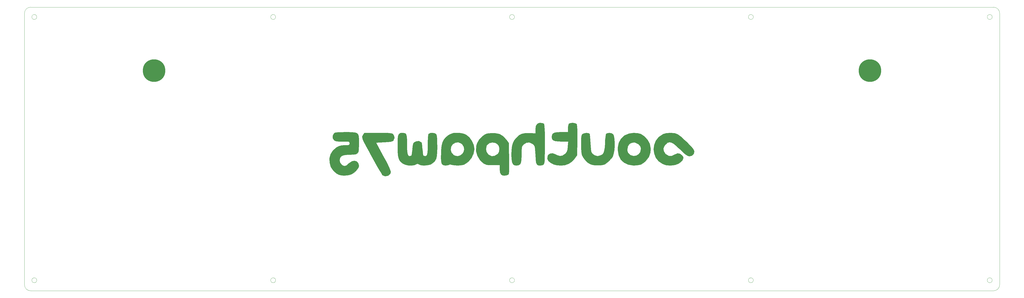
<source format=gbr>
%TF.GenerationSoftware,KiCad,Pcbnew,5.1.10-88a1d61d58~88~ubuntu21.04.1*%
%TF.CreationDate,2021-06-04T00:06:50+02:00*%
%TF.ProjectId,southpawcase,736f7574-6870-4617-9763-6173652e6b69,rev?*%
%TF.SameCoordinates,Original*%
%TF.FileFunction,Soldermask,Bot*%
%TF.FilePolarity,Negative*%
%FSLAX46Y46*%
G04 Gerber Fmt 4.6, Leading zero omitted, Abs format (unit mm)*
G04 Created by KiCad (PCBNEW 5.1.10-88a1d61d58~88~ubuntu21.04.1) date 2021-06-04 00:06:50*
%MOMM*%
%LPD*%
G01*
G04 APERTURE LIST*
%TA.AperFunction,Profile*%
%ADD10C,0.050000*%
%TD*%
%ADD11C,0.010000*%
%ADD12C,8.700000*%
G04 APERTURE END LIST*
D10*
X27687000Y-94428000D02*
G75*
G03*
X27687000Y-94428000I-950000J0D01*
G01*
X27687000Y-196078000D02*
G75*
G03*
X27687000Y-196078000I-950000J0D01*
G01*
X211987000Y-94428000D02*
G75*
G03*
X211987000Y-94428000I-950000J0D01*
G01*
X119837000Y-94428000D02*
G75*
G03*
X119837000Y-94428000I-950000J0D01*
G01*
X304137000Y-94428000D02*
G75*
G03*
X304137000Y-94428000I-950000J0D01*
G01*
X119837000Y-196078000D02*
G75*
G03*
X119837000Y-196078000I-950000J0D01*
G01*
X211987000Y-196078000D02*
G75*
G03*
X211987000Y-196078000I-950000J0D01*
G01*
X304137000Y-196078000D02*
G75*
G03*
X304137000Y-196078000I-950000J0D01*
G01*
X25318250Y-90628000D02*
X387268250Y-90628000D01*
X387268250Y-200165500D02*
X25318250Y-200165500D01*
X22937000Y-93009250D02*
G75*
G02*
X25318250Y-90628000I2381250J0D01*
G01*
X25318250Y-200165500D02*
G75*
G02*
X22937000Y-197784250I0J2381250D01*
G01*
X399174500Y-197784250D02*
G75*
G02*
X396793250Y-200165500I-2381250J0D01*
G01*
X396793250Y-90628000D02*
G75*
G02*
X399174500Y-93009250I0J-2381250D01*
G01*
X387268250Y-200165500D02*
X394412000Y-200165500D01*
X387268250Y-90628000D02*
X394412000Y-90628000D01*
X394412000Y-90628000D02*
X396793250Y-90628000D01*
X394412000Y-200165500D02*
X396793250Y-200165500D01*
X22937000Y-197784250D02*
X22937000Y-93009250D01*
X399174500Y-93009250D02*
X399174500Y-197784250D01*
X396287000Y-196078000D02*
G75*
G03*
X396287000Y-196078000I-950000J0D01*
G01*
X396287000Y-94428000D02*
G75*
G03*
X396287000Y-94428000I-950000J0D01*
G01*
D11*
G36*
X153558094Y-139913399D02*
G01*
X153239346Y-140648181D01*
X153345416Y-141436600D01*
X153377709Y-141532431D01*
X153638944Y-142129117D01*
X154132337Y-143120798D01*
X154809414Y-144420038D01*
X155621700Y-145939396D01*
X156520718Y-147591435D01*
X157457996Y-149288715D01*
X158385056Y-150943798D01*
X159253424Y-152469244D01*
X160014625Y-153777616D01*
X160620184Y-154781473D01*
X161021625Y-155393378D01*
X161138944Y-155532044D01*
X162031357Y-155880496D01*
X163040793Y-155710497D01*
X163526319Y-155440393D01*
X164086091Y-154716633D01*
X164188001Y-154170393D01*
X164048544Y-153663729D01*
X163661086Y-152729506D01*
X163069610Y-151461631D01*
X162318095Y-149954015D01*
X161450523Y-148300564D01*
X161361963Y-148136161D01*
X158538379Y-142906750D01*
X161688341Y-142757338D01*
X163143303Y-142673220D01*
X164118677Y-142569309D01*
X164732507Y-142421504D01*
X165102837Y-142205707D01*
X165261438Y-142027871D01*
X165651108Y-141154977D01*
X165482864Y-140276338D01*
X165219394Y-139835593D01*
X165030410Y-139598827D01*
X164785611Y-139426251D01*
X164396169Y-139307729D01*
X163773259Y-139233126D01*
X162828055Y-139192306D01*
X161471730Y-139175132D01*
X159615460Y-139171469D01*
X159399224Y-139171455D01*
X154044234Y-139171455D01*
X153558094Y-139913399D01*
G37*
X153558094Y-139913399D02*
X153239346Y-140648181D01*
X153345416Y-141436600D01*
X153377709Y-141532431D01*
X153638944Y-142129117D01*
X154132337Y-143120798D01*
X154809414Y-144420038D01*
X155621700Y-145939396D01*
X156520718Y-147591435D01*
X157457996Y-149288715D01*
X158385056Y-150943798D01*
X159253424Y-152469244D01*
X160014625Y-153777616D01*
X160620184Y-154781473D01*
X161021625Y-155393378D01*
X161138944Y-155532044D01*
X162031357Y-155880496D01*
X163040793Y-155710497D01*
X163526319Y-155440393D01*
X164086091Y-154716633D01*
X164188001Y-154170393D01*
X164048544Y-153663729D01*
X163661086Y-152729506D01*
X163069610Y-151461631D01*
X162318095Y-149954015D01*
X161450523Y-148300564D01*
X161361963Y-148136161D01*
X158538379Y-142906750D01*
X161688341Y-142757338D01*
X163143303Y-142673220D01*
X164118677Y-142569309D01*
X164732507Y-142421504D01*
X165102837Y-142205707D01*
X165261438Y-142027871D01*
X165651108Y-141154977D01*
X165482864Y-140276338D01*
X165219394Y-139835593D01*
X165030410Y-139598827D01*
X164785611Y-139426251D01*
X164396169Y-139307729D01*
X163773259Y-139233126D01*
X162828055Y-139192306D01*
X161471730Y-139175132D01*
X159615460Y-139171469D01*
X159399224Y-139171455D01*
X154044234Y-139171455D01*
X153558094Y-139913399D01*
G36*
X201924525Y-139318554D02*
G01*
X201093312Y-139494842D01*
X200421548Y-139825139D01*
X199847092Y-140249776D01*
X198358113Y-141739397D01*
X197454719Y-143339537D01*
X197209280Y-144258415D01*
X197169648Y-146188314D01*
X197671477Y-148021949D01*
X198663762Y-149638161D01*
X199978920Y-150837776D01*
X200583865Y-151202164D01*
X201207940Y-151422809D01*
X202025448Y-151534243D01*
X203210688Y-151571001D01*
X203687973Y-151572632D01*
X206324574Y-151572632D01*
X206324574Y-153011689D01*
X206407107Y-154296503D01*
X206697190Y-155094827D01*
X207258546Y-155500256D01*
X208091439Y-155606750D01*
X208929731Y-155502205D01*
X209527587Y-155244363D01*
X209593017Y-155180944D01*
X209725884Y-154801703D01*
X209816003Y-154006330D01*
X209865309Y-152748478D01*
X209875735Y-150981796D01*
X209853724Y-148934033D01*
X209798202Y-145446750D01*
X206161579Y-145446750D01*
X206062074Y-146405461D01*
X205680800Y-147082358D01*
X205329942Y-147420817D01*
X204238624Y-148032008D01*
X203096634Y-148115818D01*
X202047157Y-147675204D01*
X201678540Y-147345467D01*
X201142758Y-146425118D01*
X200945405Y-145332527D01*
X201111848Y-144315638D01*
X201328783Y-143926737D01*
X202283558Y-143112015D01*
X203418070Y-142798971D01*
X204578534Y-143005054D01*
X205329942Y-143472682D01*
X205906811Y-144119489D01*
X206137355Y-144894872D01*
X206161579Y-145446750D01*
X209798202Y-145446750D01*
X209761044Y-143112927D01*
X208820222Y-141815184D01*
X207585535Y-140464304D01*
X206164580Y-139623276D01*
X204456162Y-139246060D01*
X203134151Y-139228226D01*
X201924525Y-139318554D01*
G37*
X201924525Y-139318554D02*
X201093312Y-139494842D01*
X200421548Y-139825139D01*
X199847092Y-140249776D01*
X198358113Y-141739397D01*
X197454719Y-143339537D01*
X197209280Y-144258415D01*
X197169648Y-146188314D01*
X197671477Y-148021949D01*
X198663762Y-149638161D01*
X199978920Y-150837776D01*
X200583865Y-151202164D01*
X201207940Y-151422809D01*
X202025448Y-151534243D01*
X203210688Y-151571001D01*
X203687973Y-151572632D01*
X206324574Y-151572632D01*
X206324574Y-153011689D01*
X206407107Y-154296503D01*
X206697190Y-155094827D01*
X207258546Y-155500256D01*
X208091439Y-155606750D01*
X208929731Y-155502205D01*
X209527587Y-155244363D01*
X209593017Y-155180944D01*
X209725884Y-154801703D01*
X209816003Y-154006330D01*
X209865309Y-152748478D01*
X209875735Y-150981796D01*
X209853724Y-148934033D01*
X209798202Y-145446750D01*
X206161579Y-145446750D01*
X206062074Y-146405461D01*
X205680800Y-147082358D01*
X205329942Y-147420817D01*
X204238624Y-148032008D01*
X203096634Y-148115818D01*
X202047157Y-147675204D01*
X201678540Y-147345467D01*
X201142758Y-146425118D01*
X200945405Y-145332527D01*
X201111848Y-144315638D01*
X201328783Y-143926737D01*
X202283558Y-143112015D01*
X203418070Y-142798971D01*
X204578534Y-143005054D01*
X205329942Y-143472682D01*
X205906811Y-144119489D01*
X206137355Y-144894872D01*
X206161579Y-145446750D01*
X209798202Y-145446750D01*
X209761044Y-143112927D01*
X208820222Y-141815184D01*
X207585535Y-140464304D01*
X206164580Y-139623276D01*
X204456162Y-139246060D01*
X203134151Y-139228226D01*
X201924525Y-139318554D01*
G36*
X146806770Y-138872632D02*
G01*
X145145762Y-138881622D01*
X143977740Y-138916988D01*
X143198198Y-138991329D01*
X142702634Y-139117241D01*
X142386543Y-139307321D01*
X142273240Y-139419103D01*
X141843701Y-140269730D01*
X141867800Y-141204193D01*
X142325162Y-141963965D01*
X142750607Y-142215924D01*
X143430496Y-142369674D01*
X144488781Y-142443864D01*
X145612221Y-142458514D01*
X146899850Y-142464187D01*
X147703765Y-142501910D01*
X148137898Y-142602740D01*
X148316179Y-142797733D01*
X148352540Y-143117947D01*
X148352809Y-143205573D01*
X148317302Y-143611883D01*
X148119425Y-143835567D01*
X147622140Y-143930967D01*
X146688412Y-143952428D01*
X146468960Y-143952632D01*
X145252217Y-144008383D01*
X144336986Y-144227034D01*
X143433321Y-144685681D01*
X143224964Y-144815211D01*
X141914663Y-145967987D01*
X141046948Y-147406329D01*
X140621817Y-149014179D01*
X140639271Y-150675480D01*
X141099311Y-152274176D01*
X142001936Y-153694209D01*
X143224964Y-154744170D01*
X144184676Y-155271147D01*
X145092251Y-155527156D01*
X146253256Y-155594090D01*
X146394254Y-155593543D01*
X148149222Y-155410218D01*
X149287814Y-155007314D01*
X150320768Y-154305007D01*
X151194393Y-153430808D01*
X151774997Y-152540672D01*
X151938691Y-151915018D01*
X151715524Y-150872968D01*
X151122840Y-150208378D01*
X150275869Y-149949133D01*
X149289839Y-150123115D01*
X148279980Y-150758209D01*
X148053985Y-150974985D01*
X147201235Y-151723649D01*
X146488691Y-151975298D01*
X145762731Y-151753348D01*
X145255461Y-151401531D01*
X144626055Y-150648455D01*
X144468103Y-149779691D01*
X144633774Y-148828002D01*
X145169313Y-148162337D01*
X146132513Y-147750542D01*
X147581167Y-147560461D01*
X148496206Y-147538514D01*
X149830365Y-147515167D01*
X150766045Y-147385166D01*
X151373856Y-147058570D01*
X151724411Y-146445438D01*
X151888319Y-145455830D01*
X151936191Y-143999805D01*
X151938691Y-143153652D01*
X151932271Y-141601655D01*
X151857570Y-140478736D01*
X151631433Y-139715524D01*
X151170702Y-139242650D01*
X150392220Y-138990746D01*
X149212829Y-138890441D01*
X147549373Y-138872367D01*
X146806770Y-138872632D01*
G37*
X146806770Y-138872632D02*
X145145762Y-138881622D01*
X143977740Y-138916988D01*
X143198198Y-138991329D01*
X142702634Y-139117241D01*
X142386543Y-139307321D01*
X142273240Y-139419103D01*
X141843701Y-140269730D01*
X141867800Y-141204193D01*
X142325162Y-141963965D01*
X142750607Y-142215924D01*
X143430496Y-142369674D01*
X144488781Y-142443864D01*
X145612221Y-142458514D01*
X146899850Y-142464187D01*
X147703765Y-142501910D01*
X148137898Y-142602740D01*
X148316179Y-142797733D01*
X148352540Y-143117947D01*
X148352809Y-143205573D01*
X148317302Y-143611883D01*
X148119425Y-143835567D01*
X147622140Y-143930967D01*
X146688412Y-143952428D01*
X146468960Y-143952632D01*
X145252217Y-144008383D01*
X144336986Y-144227034D01*
X143433321Y-144685681D01*
X143224964Y-144815211D01*
X141914663Y-145967987D01*
X141046948Y-147406329D01*
X140621817Y-149014179D01*
X140639271Y-150675480D01*
X141099311Y-152274176D01*
X142001936Y-153694209D01*
X143224964Y-154744170D01*
X144184676Y-155271147D01*
X145092251Y-155527156D01*
X146253256Y-155594090D01*
X146394254Y-155593543D01*
X148149222Y-155410218D01*
X149287814Y-155007314D01*
X150320768Y-154305007D01*
X151194393Y-153430808D01*
X151774997Y-152540672D01*
X151938691Y-151915018D01*
X151715524Y-150872968D01*
X151122840Y-150208378D01*
X150275869Y-149949133D01*
X149289839Y-150123115D01*
X148279980Y-150758209D01*
X148053985Y-150974985D01*
X147201235Y-151723649D01*
X146488691Y-151975298D01*
X145762731Y-151753348D01*
X145255461Y-151401531D01*
X144626055Y-150648455D01*
X144468103Y-149779691D01*
X144633774Y-148828002D01*
X145169313Y-148162337D01*
X146132513Y-147750542D01*
X147581167Y-147560461D01*
X148496206Y-147538514D01*
X149830365Y-147515167D01*
X150766045Y-147385166D01*
X151373856Y-147058570D01*
X151724411Y-146445438D01*
X151888319Y-145455830D01*
X151936191Y-143999805D01*
X151938691Y-143153652D01*
X151932271Y-141601655D01*
X151857570Y-140478736D01*
X151631433Y-139715524D01*
X151170702Y-139242650D01*
X150392220Y-138990746D01*
X149212829Y-138890441D01*
X147549373Y-138872367D01*
X146806770Y-138872632D01*
G36*
X270655653Y-139288980D02*
G01*
X269358664Y-139638607D01*
X269140316Y-139740022D01*
X267610766Y-140821450D01*
X266518547Y-142205067D01*
X265863913Y-143789359D01*
X265647114Y-145472811D01*
X265868403Y-147153905D01*
X266528031Y-148731128D01*
X267626251Y-150102964D01*
X269112023Y-151142002D01*
X270548250Y-151605692D01*
X272214372Y-151735772D01*
X273862309Y-151536390D01*
X275194462Y-151040280D01*
X276038804Y-150440092D01*
X276702196Y-149759791D01*
X276831855Y-149564773D01*
X277102672Y-148969605D01*
X277041129Y-148503309D01*
X276661399Y-147925738D01*
X275834405Y-147180316D01*
X274910020Y-147024038D01*
X273903918Y-147459190D01*
X273830105Y-147512399D01*
X272661167Y-148068931D01*
X271502475Y-148036904D01*
X270417839Y-147420766D01*
X270249822Y-147262677D01*
X269523502Y-146216596D01*
X269392283Y-145147444D01*
X269856168Y-144087243D01*
X270249822Y-143630822D01*
X270970857Y-143015956D01*
X271654338Y-142723972D01*
X272382703Y-142781914D01*
X273238390Y-143216826D01*
X274303836Y-144055753D01*
X275661480Y-145325740D01*
X275785162Y-145446750D01*
X276982884Y-146597960D01*
X277863685Y-147376808D01*
X278517245Y-147848946D01*
X279033245Y-148080026D01*
X279458859Y-148136161D01*
X280487969Y-147902758D01*
X281135788Y-147250487D01*
X281329279Y-146390680D01*
X281223469Y-145930841D01*
X280867056Y-145338627D01*
X280201564Y-144539275D01*
X279168521Y-143458023D01*
X278565162Y-142856614D01*
X277434712Y-141776606D01*
X276364665Y-140817645D01*
X275471308Y-140079954D01*
X274870932Y-139663757D01*
X274844707Y-139650163D01*
X273653709Y-139290741D01*
X272172346Y-139171686D01*
X270655653Y-139288980D01*
G37*
X270655653Y-139288980D02*
X269358664Y-139638607D01*
X269140316Y-139740022D01*
X267610766Y-140821450D01*
X266518547Y-142205067D01*
X265863913Y-143789359D01*
X265647114Y-145472811D01*
X265868403Y-147153905D01*
X266528031Y-148731128D01*
X267626251Y-150102964D01*
X269112023Y-151142002D01*
X270548250Y-151605692D01*
X272214372Y-151735772D01*
X273862309Y-151536390D01*
X275194462Y-151040280D01*
X276038804Y-150440092D01*
X276702196Y-149759791D01*
X276831855Y-149564773D01*
X277102672Y-148969605D01*
X277041129Y-148503309D01*
X276661399Y-147925738D01*
X275834405Y-147180316D01*
X274910020Y-147024038D01*
X273903918Y-147459190D01*
X273830105Y-147512399D01*
X272661167Y-148068931D01*
X271502475Y-148036904D01*
X270417839Y-147420766D01*
X270249822Y-147262677D01*
X269523502Y-146216596D01*
X269392283Y-145147444D01*
X269856168Y-144087243D01*
X270249822Y-143630822D01*
X270970857Y-143015956D01*
X271654338Y-142723972D01*
X272382703Y-142781914D01*
X273238390Y-143216826D01*
X274303836Y-144055753D01*
X275661480Y-145325740D01*
X275785162Y-145446750D01*
X276982884Y-146597960D01*
X277863685Y-147376808D01*
X278517245Y-147848946D01*
X279033245Y-148080026D01*
X279458859Y-148136161D01*
X280487969Y-147902758D01*
X281135788Y-147250487D01*
X281329279Y-146390680D01*
X281223469Y-145930841D01*
X280867056Y-145338627D01*
X280201564Y-144539275D01*
X279168521Y-143458023D01*
X278565162Y-142856614D01*
X277434712Y-141776606D01*
X276364665Y-140817645D01*
X275471308Y-140079954D01*
X274870932Y-139663757D01*
X274844707Y-139650163D01*
X273653709Y-139290741D01*
X272172346Y-139171686D01*
X270655653Y-139288980D01*
G36*
X256189133Y-139434633D02*
G01*
X254760655Y-139997700D01*
X254396276Y-140226378D01*
X253012793Y-141503567D01*
X252155418Y-143035009D01*
X251804156Y-144863792D01*
X251806522Y-145807401D01*
X252163287Y-147793170D01*
X252978196Y-149412175D01*
X254212744Y-150627870D01*
X255828422Y-151403709D01*
X257786724Y-151703146D01*
X258021044Y-151705431D01*
X259197195Y-151640400D01*
X260263221Y-151478696D01*
X260859868Y-151303548D01*
X261683255Y-150814885D01*
X262514766Y-150140704D01*
X262605849Y-150051455D01*
X263753432Y-148512994D01*
X264377589Y-146817697D01*
X264470865Y-145432564D01*
X260710456Y-145432564D01*
X260460907Y-146622084D01*
X259800753Y-147502492D01*
X258862735Y-148013590D01*
X257779594Y-148095178D01*
X256684070Y-147687058D01*
X256326264Y-147420817D01*
X255749395Y-146774010D01*
X255518852Y-145998627D01*
X255494627Y-145446750D01*
X255737363Y-144234312D01*
X256383134Y-143359466D01*
X257308286Y-142877349D01*
X258389164Y-142843099D01*
X259502115Y-143311853D01*
X259791058Y-143530960D01*
X260444951Y-144233111D01*
X260692255Y-145017937D01*
X260710456Y-145432564D01*
X264470865Y-145432564D01*
X264495753Y-145062999D01*
X264125358Y-143346332D01*
X263283837Y-141765132D01*
X261988624Y-140416832D01*
X260739753Y-139621989D01*
X259401342Y-139225563D01*
X257810249Y-139170182D01*
X256189133Y-139434633D01*
G37*
X256189133Y-139434633D02*
X254760655Y-139997700D01*
X254396276Y-140226378D01*
X253012793Y-141503567D01*
X252155418Y-143035009D01*
X251804156Y-144863792D01*
X251806522Y-145807401D01*
X252163287Y-147793170D01*
X252978196Y-149412175D01*
X254212744Y-150627870D01*
X255828422Y-151403709D01*
X257786724Y-151703146D01*
X258021044Y-151705431D01*
X259197195Y-151640400D01*
X260263221Y-151478696D01*
X260859868Y-151303548D01*
X261683255Y-150814885D01*
X262514766Y-150140704D01*
X262605849Y-150051455D01*
X263753432Y-148512994D01*
X264377589Y-146817697D01*
X264470865Y-145432564D01*
X260710456Y-145432564D01*
X260460907Y-146622084D01*
X259800753Y-147502492D01*
X258862735Y-148013590D01*
X257779594Y-148095178D01*
X256684070Y-147687058D01*
X256326264Y-147420817D01*
X255749395Y-146774010D01*
X255518852Y-145998627D01*
X255494627Y-145446750D01*
X255737363Y-144234312D01*
X256383134Y-143359466D01*
X257308286Y-142877349D01*
X258389164Y-142843099D01*
X259502115Y-143311853D01*
X259791058Y-143530960D01*
X260444951Y-144233111D01*
X260692255Y-145017937D01*
X260710456Y-145432564D01*
X264470865Y-145432564D01*
X264495753Y-145062999D01*
X264125358Y-143346332D01*
X263283837Y-141765132D01*
X261988624Y-140416832D01*
X260739753Y-139621989D01*
X259401342Y-139225563D01*
X257810249Y-139170182D01*
X256189133Y-139434633D01*
G36*
X247650526Y-139321915D02*
G01*
X247332458Y-139544985D01*
X247195588Y-139985692D01*
X247065634Y-140880158D01*
X246959945Y-142084582D01*
X246908873Y-143056161D01*
X246804516Y-144782603D01*
X246621422Y-146017674D01*
X246323034Y-146866160D01*
X245872799Y-147432847D01*
X245248383Y-147816072D01*
X244011594Y-148117929D01*
X242879691Y-147834212D01*
X242275345Y-147415473D01*
X241911152Y-147073526D01*
X241664697Y-146709120D01*
X241505806Y-146196743D01*
X241404302Y-145410882D01*
X241330011Y-144226026D01*
X241287505Y-143306650D01*
X241207011Y-141917306D01*
X241103095Y-140733359D01*
X240990005Y-139891634D01*
X240895761Y-139544985D01*
X240404763Y-139258373D01*
X239615778Y-139184756D01*
X238785687Y-139315080D01*
X238171370Y-139640291D01*
X238170624Y-139641035D01*
X237959376Y-139975554D01*
X237819421Y-140546486D01*
X237738510Y-141457824D01*
X237704395Y-142813559D01*
X237701044Y-143628153D01*
X237714121Y-145198549D01*
X237767354Y-146317665D01*
X237881749Y-147131561D01*
X238078314Y-147786296D01*
X238378054Y-148427929D01*
X238396339Y-148462691D01*
X239089374Y-149457609D01*
X240006166Y-150395563D01*
X240357524Y-150671305D01*
X241163288Y-151171699D01*
X241953373Y-151461482D01*
X242963427Y-151608684D01*
X243771053Y-151656778D01*
X245230381Y-151656513D01*
X246263818Y-151491997D01*
X246815162Y-151269207D01*
X248398689Y-150128328D01*
X249621780Y-148654055D01*
X249983927Y-147986750D01*
X250273022Y-147051744D01*
X250470716Y-145790634D01*
X250576654Y-144350675D01*
X250590481Y-142879122D01*
X250511842Y-141523232D01*
X250340383Y-140430260D01*
X250075748Y-139747462D01*
X250003985Y-139666005D01*
X249299111Y-139302658D01*
X248426060Y-139183950D01*
X247650526Y-139321915D01*
G37*
X247650526Y-139321915D02*
X247332458Y-139544985D01*
X247195588Y-139985692D01*
X247065634Y-140880158D01*
X246959945Y-142084582D01*
X246908873Y-143056161D01*
X246804516Y-144782603D01*
X246621422Y-146017674D01*
X246323034Y-146866160D01*
X245872799Y-147432847D01*
X245248383Y-147816072D01*
X244011594Y-148117929D01*
X242879691Y-147834212D01*
X242275345Y-147415473D01*
X241911152Y-147073526D01*
X241664697Y-146709120D01*
X241505806Y-146196743D01*
X241404302Y-145410882D01*
X241330011Y-144226026D01*
X241287505Y-143306650D01*
X241207011Y-141917306D01*
X241103095Y-140733359D01*
X240990005Y-139891634D01*
X240895761Y-139544985D01*
X240404763Y-139258373D01*
X239615778Y-139184756D01*
X238785687Y-139315080D01*
X238171370Y-139640291D01*
X238170624Y-139641035D01*
X237959376Y-139975554D01*
X237819421Y-140546486D01*
X237738510Y-141457824D01*
X237704395Y-142813559D01*
X237701044Y-143628153D01*
X237714121Y-145198549D01*
X237767354Y-146317665D01*
X237881749Y-147131561D01*
X238078314Y-147786296D01*
X238378054Y-148427929D01*
X238396339Y-148462691D01*
X239089374Y-149457609D01*
X240006166Y-150395563D01*
X240357524Y-150671305D01*
X241163288Y-151171699D01*
X241953373Y-151461482D01*
X242963427Y-151608684D01*
X243771053Y-151656778D01*
X245230381Y-151656513D01*
X246263818Y-151491997D01*
X246815162Y-151269207D01*
X248398689Y-150128328D01*
X249621780Y-148654055D01*
X249983927Y-147986750D01*
X250273022Y-147051744D01*
X250470716Y-145790634D01*
X250576654Y-144350675D01*
X250590481Y-142879122D01*
X250511842Y-141523232D01*
X250340383Y-140430260D01*
X250075748Y-139747462D01*
X250003985Y-139666005D01*
X249299111Y-139302658D01*
X248426060Y-139183950D01*
X247650526Y-139321915D01*
G36*
X233605657Y-135368845D02*
G01*
X232994070Y-135631439D01*
X232979632Y-135645338D01*
X232766486Y-136141267D01*
X232638044Y-136985765D01*
X232621044Y-137438279D01*
X232621044Y-138872632D01*
X229977946Y-138872632D01*
X228408650Y-138929237D01*
X227345133Y-139127363D01*
X226703793Y-139509471D01*
X226401029Y-140118025D01*
X226345750Y-140717495D01*
X226472056Y-141468229D01*
X226903008Y-141980533D01*
X227716658Y-142290888D01*
X228991059Y-142435775D01*
X230070780Y-142458514D01*
X232702868Y-142458514D01*
X232541722Y-144466059D01*
X232419215Y-145600126D01*
X232224803Y-146337665D01*
X231881165Y-146879772D01*
X231450213Y-147304883D01*
X230461317Y-147952506D01*
X229444448Y-148081971D01*
X228273458Y-147699127D01*
X227849891Y-147471851D01*
X226707389Y-147044273D01*
X225726004Y-147120554D01*
X224996441Y-147679708D01*
X224732709Y-148193033D01*
X224665249Y-149144789D01*
X225095039Y-149996919D01*
X225925365Y-150716061D01*
X227059516Y-151268856D01*
X228400777Y-151621941D01*
X229852438Y-151741956D01*
X231317784Y-151595540D01*
X232700104Y-151149332D01*
X232947574Y-151026749D01*
X233940506Y-150334999D01*
X234879344Y-149418064D01*
X235161044Y-149059720D01*
X236057515Y-147787986D01*
X236150195Y-141963173D01*
X236172886Y-139701748D01*
X236158458Y-137990582D01*
X236104979Y-136783326D01*
X236010516Y-136033627D01*
X235889488Y-135712555D01*
X235330527Y-135415805D01*
X234476863Y-135299101D01*
X233605657Y-135368845D01*
G37*
X233605657Y-135368845D02*
X232994070Y-135631439D01*
X232979632Y-135645338D01*
X232766486Y-136141267D01*
X232638044Y-136985765D01*
X232621044Y-137438279D01*
X232621044Y-138872632D01*
X229977946Y-138872632D01*
X228408650Y-138929237D01*
X227345133Y-139127363D01*
X226703793Y-139509471D01*
X226401029Y-140118025D01*
X226345750Y-140717495D01*
X226472056Y-141468229D01*
X226903008Y-141980533D01*
X227716658Y-142290888D01*
X228991059Y-142435775D01*
X230070780Y-142458514D01*
X232702868Y-142458514D01*
X232541722Y-144466059D01*
X232419215Y-145600126D01*
X232224803Y-146337665D01*
X231881165Y-146879772D01*
X231450213Y-147304883D01*
X230461317Y-147952506D01*
X229444448Y-148081971D01*
X228273458Y-147699127D01*
X227849891Y-147471851D01*
X226707389Y-147044273D01*
X225726004Y-147120554D01*
X224996441Y-147679708D01*
X224732709Y-148193033D01*
X224665249Y-149144789D01*
X225095039Y-149996919D01*
X225925365Y-150716061D01*
X227059516Y-151268856D01*
X228400777Y-151621941D01*
X229852438Y-151741956D01*
X231317784Y-151595540D01*
X232700104Y-151149332D01*
X232947574Y-151026749D01*
X233940506Y-150334999D01*
X234879344Y-149418064D01*
X235161044Y-149059720D01*
X236057515Y-147787986D01*
X236150195Y-141963173D01*
X236172886Y-139701748D01*
X236158458Y-137990582D01*
X236104979Y-136783326D01*
X236010516Y-136033627D01*
X235889488Y-135712555D01*
X235330527Y-135415805D01*
X234476863Y-135299101D01*
X233605657Y-135368845D01*
G36*
X220903752Y-135577137D02*
G01*
X220565005Y-135833220D01*
X220194866Y-136631662D01*
X220070456Y-137860047D01*
X220070456Y-139340404D01*
X218005977Y-139223750D01*
X216233152Y-139229778D01*
X214850474Y-139514923D01*
X213692976Y-140136869D01*
X212646549Y-141097777D01*
X211874785Y-142055404D01*
X211344960Y-143055660D01*
X211017234Y-144238331D01*
X210851770Y-145743202D01*
X210808593Y-147546730D01*
X210855423Y-149243395D01*
X211023144Y-150428683D01*
X211349128Y-151182997D01*
X211870748Y-151586743D01*
X212625375Y-151720324D01*
X212749279Y-151722044D01*
X213523140Y-151626570D01*
X214067839Y-151286366D01*
X214419450Y-150620763D01*
X214614049Y-149549089D01*
X214687711Y-147990673D01*
X214691632Y-147378520D01*
X214699761Y-146001068D01*
X214744531Y-145081947D01*
X214856514Y-144481871D01*
X215066285Y-144061556D01*
X215404418Y-143681716D01*
X215529748Y-143560304D01*
X216593311Y-142891329D01*
X217727448Y-142801128D01*
X218846196Y-143291691D01*
X219082037Y-143478026D01*
X219442200Y-143815128D01*
X219687196Y-144173306D01*
X219846051Y-144675823D01*
X219947790Y-145445945D01*
X220021438Y-146606934D01*
X220069877Y-147673110D01*
X220155747Y-149295516D01*
X220279773Y-150413869D01*
X220488375Y-151121707D01*
X220827974Y-151512568D01*
X221344990Y-151679989D01*
X222077001Y-151717468D01*
X222968425Y-151531355D01*
X223347001Y-151144042D01*
X223453839Y-150650589D01*
X223538953Y-149677374D01*
X223602663Y-148324747D01*
X223645287Y-146693057D01*
X223667144Y-144882653D01*
X223668553Y-142993885D01*
X223649833Y-141127101D01*
X223611302Y-139382650D01*
X223553280Y-137860883D01*
X223476086Y-136662148D01*
X223380038Y-135886795D01*
X223297750Y-135645338D01*
X222631574Y-135338924D01*
X221738753Y-135322710D01*
X220903752Y-135577137D01*
G37*
X220903752Y-135577137D02*
X220565005Y-135833220D01*
X220194866Y-136631662D01*
X220070456Y-137860047D01*
X220070456Y-139340404D01*
X218005977Y-139223750D01*
X216233152Y-139229778D01*
X214850474Y-139514923D01*
X213692976Y-140136869D01*
X212646549Y-141097777D01*
X211874785Y-142055404D01*
X211344960Y-143055660D01*
X211017234Y-144238331D01*
X210851770Y-145743202D01*
X210808593Y-147546730D01*
X210855423Y-149243395D01*
X211023144Y-150428683D01*
X211349128Y-151182997D01*
X211870748Y-151586743D01*
X212625375Y-151720324D01*
X212749279Y-151722044D01*
X213523140Y-151626570D01*
X214067839Y-151286366D01*
X214419450Y-150620763D01*
X214614049Y-149549089D01*
X214687711Y-147990673D01*
X214691632Y-147378520D01*
X214699761Y-146001068D01*
X214744531Y-145081947D01*
X214856514Y-144481871D01*
X215066285Y-144061556D01*
X215404418Y-143681716D01*
X215529748Y-143560304D01*
X216593311Y-142891329D01*
X217727448Y-142801128D01*
X218846196Y-143291691D01*
X219082037Y-143478026D01*
X219442200Y-143815128D01*
X219687196Y-144173306D01*
X219846051Y-144675823D01*
X219947790Y-145445945D01*
X220021438Y-146606934D01*
X220069877Y-147673110D01*
X220155747Y-149295516D01*
X220279773Y-150413869D01*
X220488375Y-151121707D01*
X220827974Y-151512568D01*
X221344990Y-151679989D01*
X222077001Y-151717468D01*
X222968425Y-151531355D01*
X223347001Y-151144042D01*
X223453839Y-150650589D01*
X223538953Y-149677374D01*
X223602663Y-148324747D01*
X223645287Y-146693057D01*
X223667144Y-144882653D01*
X223668553Y-142993885D01*
X223649833Y-141127101D01*
X223611302Y-139382650D01*
X223553280Y-137860883D01*
X223476086Y-136662148D01*
X223380038Y-135886795D01*
X223297750Y-135645338D01*
X222631574Y-135338924D01*
X221738753Y-135322710D01*
X220903752Y-135577137D01*
G36*
X188616480Y-139214940D02*
G01*
X187765476Y-139399282D01*
X186951356Y-139805314D01*
X186432688Y-140142632D01*
X185411386Y-140933495D01*
X184676050Y-141784349D01*
X184178985Y-142813154D01*
X183872494Y-144137873D01*
X183708884Y-145876467D01*
X183664259Y-146989566D01*
X183636066Y-148778634D01*
X183689875Y-150055959D01*
X183856381Y-150905239D01*
X184166280Y-151410173D01*
X184650265Y-151654458D01*
X185339031Y-151721793D01*
X185399805Y-151722044D01*
X186189876Y-151654733D01*
X186691693Y-151487708D01*
X186744576Y-151434638D01*
X187160140Y-151300881D01*
X187678135Y-151434638D01*
X188724020Y-151654996D01*
X190060255Y-151705133D01*
X191422701Y-151595570D01*
X192547221Y-151336830D01*
X192800939Y-151230586D01*
X194214173Y-150234454D01*
X195365274Y-148845228D01*
X196148673Y-147229777D01*
X196458802Y-145554969D01*
X196459099Y-145529486D01*
X192578603Y-145529486D01*
X192334694Y-146508702D01*
X191772674Y-147343992D01*
X190972845Y-147933891D01*
X190015509Y-148176930D01*
X188980967Y-147971644D01*
X188502835Y-147699827D01*
X187703557Y-146822143D01*
X187342149Y-145719553D01*
X187481992Y-144592593D01*
X187503621Y-144538378D01*
X188202085Y-143486340D01*
X189158575Y-142883920D01*
X190238488Y-142762303D01*
X191307218Y-143152672D01*
X191790884Y-143545145D01*
X192424100Y-144507812D01*
X192578603Y-145529486D01*
X196459099Y-145529486D01*
X196460064Y-145446750D01*
X196203436Y-143866563D01*
X195507015Y-142296564D01*
X194481001Y-140907189D01*
X193235590Y-139868875D01*
X192662995Y-139574009D01*
X191840290Y-139357056D01*
X190703186Y-139210905D01*
X189783237Y-139171455D01*
X188616480Y-139214940D01*
G37*
X188616480Y-139214940D02*
X187765476Y-139399282D01*
X186951356Y-139805314D01*
X186432688Y-140142632D01*
X185411386Y-140933495D01*
X184676050Y-141784349D01*
X184178985Y-142813154D01*
X183872494Y-144137873D01*
X183708884Y-145876467D01*
X183664259Y-146989566D01*
X183636066Y-148778634D01*
X183689875Y-150055959D01*
X183856381Y-150905239D01*
X184166280Y-151410173D01*
X184650265Y-151654458D01*
X185339031Y-151721793D01*
X185399805Y-151722044D01*
X186189876Y-151654733D01*
X186691693Y-151487708D01*
X186744576Y-151434638D01*
X187160140Y-151300881D01*
X187678135Y-151434638D01*
X188724020Y-151654996D01*
X190060255Y-151705133D01*
X191422701Y-151595570D01*
X192547221Y-151336830D01*
X192800939Y-151230586D01*
X194214173Y-150234454D01*
X195365274Y-148845228D01*
X196148673Y-147229777D01*
X196458802Y-145554969D01*
X196459099Y-145529486D01*
X192578603Y-145529486D01*
X192334694Y-146508702D01*
X191772674Y-147343992D01*
X190972845Y-147933891D01*
X190015509Y-148176930D01*
X188980967Y-147971644D01*
X188502835Y-147699827D01*
X187703557Y-146822143D01*
X187342149Y-145719553D01*
X187481992Y-144592593D01*
X187503621Y-144538378D01*
X188202085Y-143486340D01*
X189158575Y-142883920D01*
X190238488Y-142762303D01*
X191307218Y-143152672D01*
X191790884Y-143545145D01*
X192424100Y-144507812D01*
X192578603Y-145529486D01*
X196459099Y-145529486D01*
X196460064Y-145446750D01*
X196203436Y-143866563D01*
X195507015Y-142296564D01*
X194481001Y-140907189D01*
X193235590Y-139868875D01*
X192662995Y-139574009D01*
X191840290Y-139357056D01*
X190703186Y-139210905D01*
X189783237Y-139171455D01*
X188616480Y-139214940D01*
G36*
X179621181Y-139204568D02*
G01*
X178947186Y-139480572D01*
X178892574Y-139530044D01*
X178714545Y-140019544D01*
X178597445Y-141077545D01*
X178540352Y-142714698D01*
X178533985Y-143676984D01*
X178511503Y-145455131D01*
X178427914Y-146712705D01*
X178259005Y-147525639D01*
X177980563Y-147969866D01*
X177568374Y-148121320D01*
X177128929Y-148083263D01*
X176852351Y-147940075D01*
X176667649Y-147558759D01*
X176543116Y-146821530D01*
X176447042Y-145610599D01*
X176442221Y-145532287D01*
X176338283Y-144360276D01*
X176194403Y-143414252D01*
X176037189Y-142856865D01*
X175993985Y-142792182D01*
X175143930Y-142339955D01*
X174160496Y-142352360D01*
X173435091Y-142711788D01*
X173053551Y-143095812D01*
X172812291Y-143597192D01*
X172663945Y-144374024D01*
X172561144Y-145584409D01*
X172557515Y-145640866D01*
X172458590Y-146849418D01*
X172329277Y-147580192D01*
X172135875Y-147953045D01*
X171870807Y-148083292D01*
X171334949Y-148110459D01*
X170952099Y-147905264D01*
X170698042Y-147391768D01*
X170548563Y-146494036D01*
X170479450Y-145136133D01*
X170465750Y-143676984D01*
X170450507Y-141945240D01*
X170382922Y-140723002D01*
X170230211Y-139922448D01*
X169959589Y-139455758D01*
X169538272Y-139235110D01*
X168933476Y-139172683D01*
X168783801Y-139171455D01*
X168084173Y-139218569D01*
X167579280Y-139414916D01*
X167237898Y-139843006D01*
X167028805Y-140585350D01*
X166920777Y-141724459D01*
X166882591Y-143342841D01*
X166879868Y-144202756D01*
X166911013Y-146222181D01*
X167025699Y-147750534D01*
X167255797Y-148892154D01*
X167633183Y-149751379D01*
X168189729Y-150432548D01*
X168957308Y-151039999D01*
X168971481Y-151049691D01*
X169953641Y-151480877D01*
X171195027Y-151707395D01*
X172465525Y-151717431D01*
X173535022Y-151499171D01*
X173918325Y-151303665D01*
X174458247Y-151037674D01*
X174943003Y-151202402D01*
X175087811Y-151303665D01*
X175901854Y-151617354D01*
X177049046Y-151726959D01*
X178303869Y-151640710D01*
X179440808Y-151366837D01*
X179956128Y-151126011D01*
X180750924Y-150569767D01*
X181327218Y-149948102D01*
X181718555Y-149157552D01*
X181958482Y-148094652D01*
X182080545Y-146655938D01*
X182118289Y-144737944D01*
X182118751Y-144455928D01*
X182097433Y-142894764D01*
X182038188Y-141516709D01*
X181949388Y-140449593D01*
X181839404Y-139821247D01*
X181810530Y-139749457D01*
X181308506Y-139358234D01*
X180493506Y-139170196D01*
X179621181Y-139204568D01*
G37*
X179621181Y-139204568D02*
X178947186Y-139480572D01*
X178892574Y-139530044D01*
X178714545Y-140019544D01*
X178597445Y-141077545D01*
X178540352Y-142714698D01*
X178533985Y-143676984D01*
X178511503Y-145455131D01*
X178427914Y-146712705D01*
X178259005Y-147525639D01*
X177980563Y-147969866D01*
X177568374Y-148121320D01*
X177128929Y-148083263D01*
X176852351Y-147940075D01*
X176667649Y-147558759D01*
X176543116Y-146821530D01*
X176447042Y-145610599D01*
X176442221Y-145532287D01*
X176338283Y-144360276D01*
X176194403Y-143414252D01*
X176037189Y-142856865D01*
X175993985Y-142792182D01*
X175143930Y-142339955D01*
X174160496Y-142352360D01*
X173435091Y-142711788D01*
X173053551Y-143095812D01*
X172812291Y-143597192D01*
X172663945Y-144374024D01*
X172561144Y-145584409D01*
X172557515Y-145640866D01*
X172458590Y-146849418D01*
X172329277Y-147580192D01*
X172135875Y-147953045D01*
X171870807Y-148083292D01*
X171334949Y-148110459D01*
X170952099Y-147905264D01*
X170698042Y-147391768D01*
X170548563Y-146494036D01*
X170479450Y-145136133D01*
X170465750Y-143676984D01*
X170450507Y-141945240D01*
X170382922Y-140723002D01*
X170230211Y-139922448D01*
X169959589Y-139455758D01*
X169538272Y-139235110D01*
X168933476Y-139172683D01*
X168783801Y-139171455D01*
X168084173Y-139218569D01*
X167579280Y-139414916D01*
X167237898Y-139843006D01*
X167028805Y-140585350D01*
X166920777Y-141724459D01*
X166882591Y-143342841D01*
X166879868Y-144202756D01*
X166911013Y-146222181D01*
X167025699Y-147750534D01*
X167255797Y-148892154D01*
X167633183Y-149751379D01*
X168189729Y-150432548D01*
X168957308Y-151039999D01*
X168971481Y-151049691D01*
X169953641Y-151480877D01*
X171195027Y-151707395D01*
X172465525Y-151717431D01*
X173535022Y-151499171D01*
X173918325Y-151303665D01*
X174458247Y-151037674D01*
X174943003Y-151202402D01*
X175087811Y-151303665D01*
X175901854Y-151617354D01*
X177049046Y-151726959D01*
X178303869Y-151640710D01*
X179440808Y-151366837D01*
X179956128Y-151126011D01*
X180750924Y-150569767D01*
X181327218Y-149948102D01*
X181718555Y-149157552D01*
X181958482Y-148094652D01*
X182080545Y-146655938D01*
X182118289Y-144737944D01*
X182118751Y-144455928D01*
X182097433Y-142894764D01*
X182038188Y-141516709D01*
X181949388Y-140449593D01*
X181839404Y-139821247D01*
X181810530Y-139749457D01*
X181308506Y-139358234D01*
X180493506Y-139170196D01*
X179621181Y-139204568D01*
D12*
X349138250Y-115165500D03*
X72938250Y-115165500D03*
M02*

</source>
